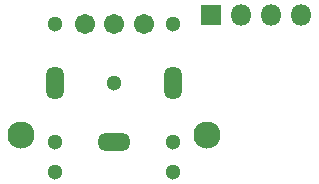
<source format=gbr>
%TF.GenerationSoftware,KiCad,Pcbnew,(5.1.6)-1*%
%TF.CreationDate,2024-02-11T14:18:58-05:00*%
%TF.ProjectId,GB-DMG-Headphone-PCB,47422d44-4d47-42d4-9865-616470686f6e,rev?*%
%TF.SameCoordinates,Original*%
%TF.FileFunction,Soldermask,Bot*%
%TF.FilePolarity,Negative*%
%FSLAX46Y46*%
G04 Gerber Fmt 4.6, Leading zero omitted, Abs format (unit mm)*
G04 Created by KiCad (PCBNEW (5.1.6)-1) date 2024-02-11 14:18:58*
%MOMM*%
%LPD*%
G01*
G04 APERTURE LIST*
%ADD10R,1.800000X1.800000*%
%ADD11O,1.800000X1.800000*%
%ADD12C,1.300000*%
%ADD13O,2.820000X1.512000*%
%ADD14C,1.712000*%
%ADD15O,1.512000X2.820000*%
%ADD16C,2.300000*%
G04 APERTURE END LIST*
D10*
%TO.C,J1*%
X145542000Y-99123500D03*
D11*
X148082000Y-99123500D03*
X150622000Y-99123500D03*
X153162000Y-99123500D03*
%TD*%
D12*
%TO.C,J2*%
X142350500Y-112402000D03*
X142350500Y-109902000D03*
X132350500Y-112402000D03*
X132350500Y-109902000D03*
X137350500Y-104902000D03*
X142350500Y-99902000D03*
X132350500Y-99902000D03*
D13*
X137350500Y-109902000D03*
D14*
X134850500Y-99902000D03*
X137350500Y-99902000D03*
X139850500Y-99902000D03*
D15*
X142350500Y-104902000D03*
X132350500Y-104902000D03*
%TD*%
D16*
%TO.C,H1*%
X129476500Y-109283500D03*
%TD*%
%TO.C,H2*%
X145224500Y-109283500D03*
%TD*%
M02*

</source>
